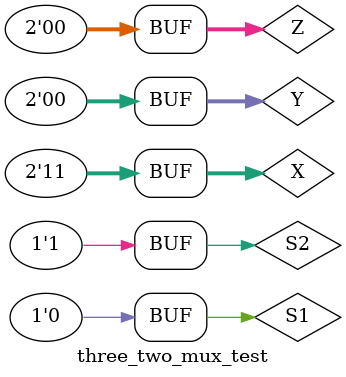
<source format=v>

`timescale 1ns / 1ps


module three_two_mux_test;

// Inputs
reg [1:0] X;
reg [1:0] Y;
reg [1:0] Z;
reg [0:0] S1;
reg [0:0] S2;

// Outputs
wire [1:0] O1;
wire [1:0] O2; 

// Instantiate Device Under Test
three_two_mux ttul( .X(X), .Y(Y), .Z(Z), .S1(S1), .S2(S2), .O1(O1), .O2(O2));

// Testing
initial
begin
   begin
   X = 0;
   Y = 0;
   Z = 0;
   S1 = 0;
   S2 = 0;
   #10 X = 1;
   #10 Y = 1;
   #10 Z = 1;
   #10 X = 3; Y = 0; Z = 2;
   #10 X = 2; Y = 3;
   #10 S1 = 1;
   #10 X = 1;
   #10 Y = 1;
   #10 S2 = 1;
   #10 X = 3; Y = 0; 
   #10 X = 2; Y = 3; Z = 1;
   #10 Z = 3;
   #10 S1 = 0;
   #10 X = 0; Y = 1;
   #10 X = 3; Y = 0; Z = 0;
   #20;
   end
end 
    
endmodule

</source>
